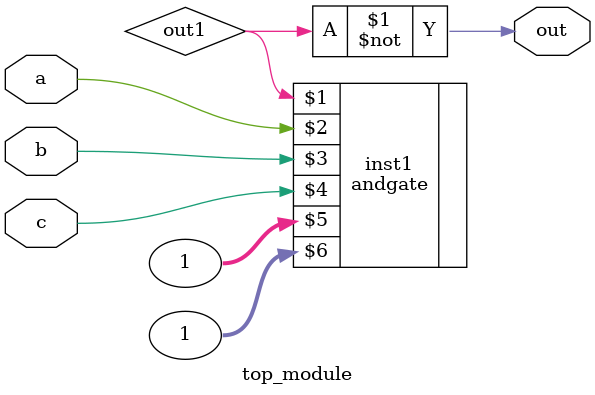
<source format=v>
module top_module (input a, input b, input c, output out);//
    wire out1;
     assign out=~out1;
    andgate  inst1 ( out1,a, b, c,1,1 );
  
endmodule

</source>
